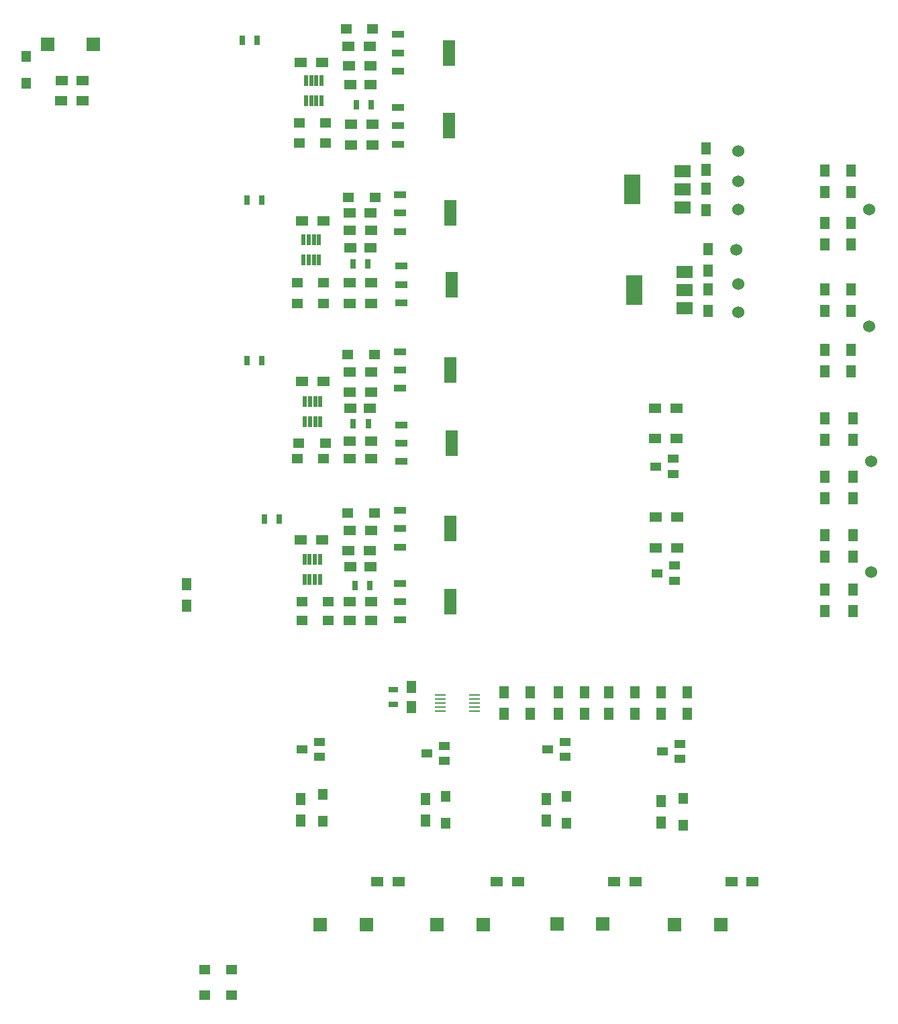
<source format=gtp>
G04 #@! TF.FileFunction,Paste,Top*
%FSLAX46Y46*%
G04 Gerber Fmt 4.6, Leading zero omitted, Abs format (unit mm)*
G04 Created by KiCad (PCBNEW 4.0.7-e2-6376~60~ubuntu17.10.1) date Fri Nov 10 10:24:04 2017*
%MOMM*%
%LPD*%
G01*
G04 APERTURE LIST*
%ADD10C,0.100000*%
%ADD11R,1.300000X1.500000*%
%ADD12R,1.300000X0.700000*%
%ADD13R,0.700000X1.300000*%
%ADD14R,1.422400X0.279400*%
%ADD15R,1.500000X1.250000*%
%ADD16R,1.625600X0.889000*%
%ADD17R,1.625600X3.175000*%
%ADD18R,1.500000X1.300000*%
%ADD19R,1.350000X1.200000*%
%ADD20R,0.508000X1.320800*%
%ADD21R,1.800000X1.800000*%
%ADD22R,1.250000X1.500000*%
%ADD23R,1.200000X1.350000*%
%ADD24R,2.000000X3.800000*%
%ADD25R,2.000000X1.500000*%
%ADD26R,1.400000X1.000000*%
%ADD27C,1.524000*%
G04 APERTURE END LIST*
D10*
D11*
X123550000Y-102100000D03*
X123550000Y-99400000D03*
D12*
X149582000Y-112644000D03*
X149582000Y-114544000D03*
D13*
X133050000Y-71150000D03*
X131150000Y-71150000D03*
X132450000Y-30750000D03*
X130550000Y-30750000D03*
X146850000Y-38950000D03*
X144950000Y-38950000D03*
D14*
X159894400Y-115346600D03*
X159894400Y-114864000D03*
X159894400Y-114356000D03*
X159894400Y-113848000D03*
X159894400Y-113365400D03*
X155525600Y-113365400D03*
X155525600Y-113848000D03*
X155525600Y-114356000D03*
X155525600Y-114864000D03*
X155525600Y-115346600D03*
D15*
X146725000Y-56975000D03*
X144225000Y-56975000D03*
D16*
X150224600Y-39263600D03*
X150224600Y-41575000D03*
X150224600Y-43886400D03*
D17*
X156625400Y-41575000D03*
D18*
X143925000Y-95175000D03*
X146625000Y-95175000D03*
D15*
X146725000Y-97175000D03*
X144225000Y-97175000D03*
D19*
X147225000Y-90375000D03*
X143875000Y-90375000D03*
D18*
X140625000Y-93775000D03*
X137925000Y-93775000D03*
D19*
X138075000Y-103975000D03*
X141425000Y-103975000D03*
X138075000Y-101575000D03*
X141425000Y-101575000D03*
D20*
X140355400Y-96235000D03*
X139720400Y-96235000D03*
X139060000Y-96235000D03*
X138425000Y-96235000D03*
X138425000Y-98775000D03*
X139060000Y-98775000D03*
X139720400Y-98775000D03*
X140355400Y-98775000D03*
D18*
X144125000Y-101575000D03*
X146825000Y-101575000D03*
X144125000Y-103975000D03*
X146825000Y-103975000D03*
X146825000Y-92575000D03*
X144125000Y-92575000D03*
X144025000Y-33975000D03*
X146725000Y-33975000D03*
D21*
X106002000Y-31274000D03*
X111802000Y-31274000D03*
X170252000Y-142224000D03*
X176052000Y-142224000D03*
D15*
X146725000Y-36375000D03*
X144225000Y-36375000D03*
X146675000Y-77175000D03*
X144175000Y-77175000D03*
D22*
X151868000Y-114844000D03*
X151868000Y-112344000D03*
D11*
X207326000Y-49936000D03*
X207326000Y-47236000D03*
X207326000Y-64922000D03*
X207326000Y-62222000D03*
X207580000Y-81178000D03*
X207580000Y-78478000D03*
X207580000Y-95910000D03*
X207580000Y-93210000D03*
X207326000Y-56540000D03*
X207326000Y-53840000D03*
X207326000Y-72542000D03*
X207326000Y-69842000D03*
X207580000Y-88544000D03*
X207580000Y-85844000D03*
X207580000Y-102768000D03*
X207580000Y-100068000D03*
D19*
X137725000Y-41175000D03*
X141075000Y-41175000D03*
X137475000Y-61375000D03*
X140825000Y-61375000D03*
X137675000Y-81575000D03*
X141025000Y-81575000D03*
D23*
X140692000Y-125864000D03*
X140692000Y-129214000D03*
X156186000Y-126118000D03*
X156186000Y-129468000D03*
X171426000Y-126118000D03*
X171426000Y-129468000D03*
X186158000Y-126372000D03*
X186158000Y-129722000D03*
X103302000Y-36174000D03*
X103302000Y-32824000D03*
D19*
X147025000Y-29375000D03*
X143675000Y-29375000D03*
X147325000Y-50575000D03*
X143975000Y-50575000D03*
X147225000Y-70375000D03*
X143875000Y-70375000D03*
D24*
X179792000Y-49602000D03*
D25*
X186092000Y-49602000D03*
X186092000Y-47302000D03*
X186092000Y-51902000D03*
D24*
X180046000Y-62302000D03*
D25*
X186346000Y-62302000D03*
X186346000Y-60002000D03*
X186346000Y-64602000D03*
D26*
X182731000Y-84527000D03*
X184931000Y-83577000D03*
X184931000Y-85477000D03*
X182858000Y-97989000D03*
X185058000Y-97039000D03*
X185058000Y-98939000D03*
D16*
X150624600Y-59263600D03*
X150624600Y-61575000D03*
X150624600Y-63886400D03*
D17*
X157025400Y-61575000D03*
D16*
X150224600Y-30063600D03*
X150224600Y-32375000D03*
X150224600Y-34686400D03*
D17*
X156625400Y-32375000D03*
D16*
X150440600Y-50263600D03*
X150440600Y-52575000D03*
X150440600Y-54886400D03*
D17*
X156841400Y-52575000D03*
D16*
X150624600Y-79263600D03*
X150624600Y-81575000D03*
X150624600Y-83886400D03*
D17*
X157025400Y-81575000D03*
D16*
X150424600Y-99263600D03*
X150424600Y-101575000D03*
X150424600Y-103886400D03*
D17*
X156825400Y-101575000D03*
D16*
X150424600Y-70063600D03*
X150424600Y-72375000D03*
X150424600Y-74686400D03*
D17*
X156825400Y-72375000D03*
D16*
X150424600Y-90063600D03*
X150424600Y-92375000D03*
X150424600Y-94686400D03*
D17*
X156825400Y-92375000D03*
D26*
X138068000Y-120198000D03*
X140268000Y-119248000D03*
X140268000Y-121148000D03*
X153816000Y-120706000D03*
X156016000Y-119756000D03*
X156016000Y-121656000D03*
X169056000Y-120198000D03*
X171256000Y-119248000D03*
X171256000Y-121148000D03*
X183534000Y-120452000D03*
X185734000Y-119502000D03*
X185734000Y-121402000D03*
D11*
X204024000Y-47236000D03*
X204024000Y-49936000D03*
X204024000Y-62222000D03*
X204024000Y-64922000D03*
X204024000Y-78478000D03*
X204024000Y-81178000D03*
X204024000Y-93210000D03*
X204024000Y-95910000D03*
X204024000Y-53840000D03*
X204024000Y-56540000D03*
X204024000Y-69842000D03*
X204024000Y-72542000D03*
X204024000Y-85844000D03*
X204024000Y-88544000D03*
X204024000Y-100068000D03*
X204024000Y-102768000D03*
X189038000Y-52222000D03*
X189038000Y-49522000D03*
X189038000Y-44442000D03*
X189038000Y-47142000D03*
X189292000Y-64922000D03*
X189292000Y-62222000D03*
X189292000Y-57142000D03*
X189292000Y-59842000D03*
D18*
X185308000Y-77161000D03*
X182608000Y-77161000D03*
X182671500Y-81009100D03*
X185371500Y-81009100D03*
X185435000Y-90877000D03*
X182735000Y-90877000D03*
X182735000Y-94814000D03*
X185435000Y-94814000D03*
X144275000Y-41375000D03*
X146975000Y-41375000D03*
X144125000Y-61375000D03*
X146825000Y-61375000D03*
X140625000Y-33575000D03*
X137925000Y-33575000D03*
X140825000Y-53575000D03*
X138125000Y-53575000D03*
X143925000Y-31575000D03*
X146625000Y-31575000D03*
X144075000Y-52575000D03*
X146775000Y-52575000D03*
X144125000Y-54775000D03*
X146825000Y-54775000D03*
X144125000Y-81375000D03*
X146825000Y-81375000D03*
X140775000Y-73775000D03*
X138075000Y-73775000D03*
X146825000Y-72575000D03*
X144125000Y-72575000D03*
X144125000Y-75175000D03*
X146825000Y-75175000D03*
D11*
X137898000Y-129168000D03*
X137898000Y-126468000D03*
X153646000Y-129168000D03*
X153646000Y-126468000D03*
X168886000Y-129168000D03*
X168886000Y-126468000D03*
X183364000Y-129422000D03*
X183364000Y-126722000D03*
X163552000Y-113006000D03*
X163552000Y-115706000D03*
X170410000Y-113006000D03*
X170410000Y-115706000D03*
X186666000Y-113006000D03*
X186666000Y-115706000D03*
X176760000Y-113006000D03*
X176760000Y-115706000D03*
X166854000Y-115706000D03*
X166854000Y-113006000D03*
X173712000Y-115706000D03*
X173712000Y-113006000D03*
X183364000Y-115706000D03*
X183364000Y-113006000D03*
X180062000Y-115706000D03*
X180062000Y-113006000D03*
D27*
X209612000Y-52142000D03*
X209612000Y-66874000D03*
X209866000Y-83892000D03*
X209866000Y-97862000D03*
X193102000Y-52142000D03*
X193102000Y-65096000D03*
X193102000Y-48586000D03*
X193102000Y-44776000D03*
X193102000Y-61540000D03*
X192848000Y-57222000D03*
D20*
X140555400Y-35835000D03*
X139920400Y-35835000D03*
X139260000Y-35835000D03*
X138625000Y-35835000D03*
X138625000Y-38375000D03*
X139260000Y-38375000D03*
X139920400Y-38375000D03*
X140555400Y-38375000D03*
X140225000Y-55975000D03*
X139590000Y-55975000D03*
X138929600Y-55975000D03*
X138294600Y-55975000D03*
X138294600Y-58515000D03*
X138929600Y-58515000D03*
X139590000Y-58515000D03*
X140225000Y-58515000D03*
X140390200Y-76305000D03*
X139755200Y-76305000D03*
X139094800Y-76305000D03*
X138459800Y-76305000D03*
X138459800Y-78845000D03*
X139094800Y-78845000D03*
X139755200Y-78845000D03*
X140390200Y-78845000D03*
D19*
X137725000Y-43775000D03*
X141075000Y-43775000D03*
X137475000Y-63975000D03*
X140825000Y-63975000D03*
X137475000Y-83575000D03*
X140825000Y-83575000D03*
D18*
X144275000Y-43975000D03*
X146975000Y-43975000D03*
X144125000Y-63975000D03*
X146825000Y-63975000D03*
X144125000Y-83575000D03*
X146825000Y-83575000D03*
X110452000Y-35874000D03*
X107752000Y-35874000D03*
D19*
X129200000Y-147950000D03*
X125850000Y-147950000D03*
X129200000Y-151150000D03*
X125850000Y-151150000D03*
D21*
X185102000Y-142274000D03*
X190902000Y-142274000D03*
X155152000Y-142274000D03*
X160952000Y-142274000D03*
X140402000Y-142274000D03*
X146202000Y-142274000D03*
D13*
X133050000Y-50950000D03*
X131150000Y-50950000D03*
X146450000Y-79175000D03*
X144550000Y-79175000D03*
X146425000Y-58975000D03*
X144525000Y-58975000D03*
X146650000Y-99550000D03*
X144750000Y-99550000D03*
X135250000Y-91150000D03*
X133350000Y-91150000D03*
D18*
X110450000Y-38450000D03*
X107750000Y-38450000D03*
X150300000Y-136900000D03*
X147600000Y-136900000D03*
X165350000Y-136900000D03*
X162650000Y-136900000D03*
X180150000Y-136850000D03*
X177450000Y-136850000D03*
X194950000Y-136850000D03*
X192250000Y-136850000D03*
M02*

</source>
